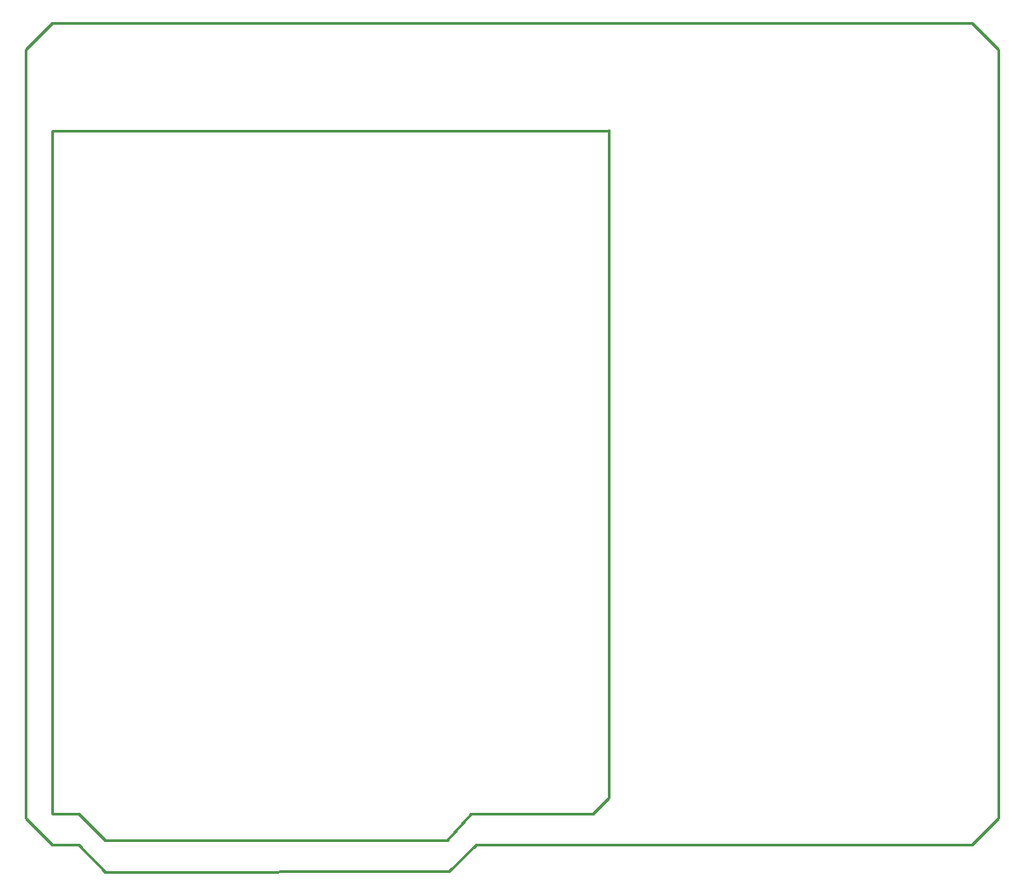
<source format=gko>
G04 Layer: BoardOutlineLayer*
G04 EasyEDA v6.5.46, 2024-10-14 19:39:17*
G04 Gerber Generator version 0.2*
G04 Scale: 100 percent, Rotated: No, Reflected: No *
G04 Dimensions in millimeters *
G04 leading zeros omitted , absolute positions ,4 integer and 5 decimal *
%FSLAX45Y45*%
%MOMM*%

%ADD10C,0.2540*%
D10*
X5943600Y-4026915D02*
G01*
X6096000Y-3874515D01*
X4800600Y-4026915D02*
G01*
X5943600Y-4026915D01*
X6096000Y-3874515D02*
G01*
X6096000Y2527300D01*
X762000Y2526284D02*
G01*
X6096000Y2526284D01*
X762000Y2526284D02*
G01*
X762000Y-4026915D01*
X1016000Y-4026915D02*
G01*
X1270000Y-4280915D01*
X4800600Y-4026915D02*
G01*
X4774504Y-4026915D01*
X4546600Y-4280915D01*
X1270000Y-4280915D02*
G01*
X4546600Y-4280915D01*
X762000Y-4026915D02*
G01*
X1016000Y-4026915D01*
X762000Y3556000D02*
G01*
X9575800Y3556000D01*
X9829800Y3302000D01*
X9829800Y-1282700D01*
X9829800Y-4064000D02*
G01*
X9575800Y-4318000D01*
X4826000Y-4318000D01*
X9829800Y-1282700D02*
G01*
X9829800Y-4064000D01*
X508000Y2540000D02*
G01*
X508000Y3302000D01*
X762000Y3556000D01*
X4826000Y-4318000D02*
G01*
X4559300Y-4572000D01*
X1270000Y-4584700D01*
X1016000Y-4318000D01*
X762000Y-4318000D01*
X508000Y-4064000D01*
X508000Y2540000D01*

%LPD*%
M02*

</source>
